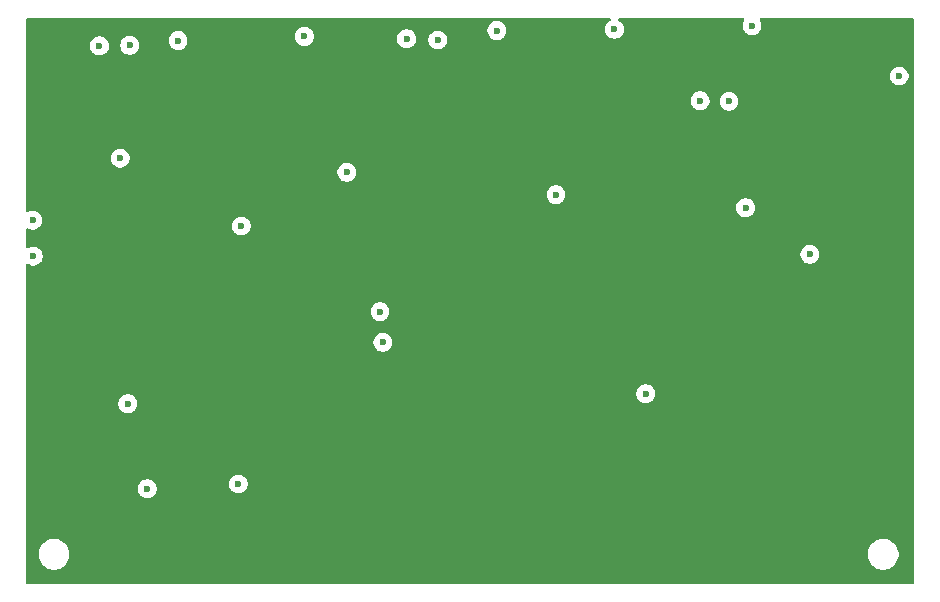
<source format=gbr>
%TF.GenerationSoftware,KiCad,Pcbnew,9.0.0*%
%TF.CreationDate,2025-05-16T17:36:55-07:00*%
%TF.ProjectId,current_measure_board,63757272-656e-4745-9f6d-656173757265,rev?*%
%TF.SameCoordinates,Original*%
%TF.FileFunction,Copper,L4,Inr*%
%TF.FilePolarity,Positive*%
%FSLAX46Y46*%
G04 Gerber Fmt 4.6, Leading zero omitted, Abs format (unit mm)*
G04 Created by KiCad (PCBNEW 9.0.0) date 2025-05-16 17:36:55*
%MOMM*%
%LPD*%
G01*
G04 APERTURE LIST*
%TA.AperFunction,ViaPad*%
%ADD10C,0.600000*%
%TD*%
G04 APERTURE END LIST*
D10*
%TO.N,/Vminus*%
X169550000Y-92550000D03*
%TO.N,GND*%
X167100000Y-92500000D03*
X171500000Y-86150000D03*
X183950000Y-90400000D03*
%TO.N,/Vplus*%
X181400000Y-90350000D03*
%TO.N,GND*%
X176400000Y-105500000D03*
X118650000Y-118150000D03*
X110650000Y-105650000D03*
X128250000Y-103100000D03*
X142250000Y-87250000D03*
X162500000Y-117300000D03*
X149900000Y-86550000D03*
X128000000Y-124943750D03*
X122900000Y-87400000D03*
X137200000Y-98550000D03*
X170950000Y-101550000D03*
X116250000Y-87850000D03*
X140250000Y-112950000D03*
X133600000Y-87050000D03*
X159850000Y-86450000D03*
%TO.N,/Vplus*%
X159900000Y-117350000D03*
X157200000Y-86700000D03*
X130850000Y-87150000D03*
X135112500Y-125350000D03*
X137550000Y-100900000D03*
%TO.N,/Vminus*%
X140000000Y-110350000D03*
X120300000Y-125350000D03*
X118800000Y-87800000D03*
X144900000Y-87350000D03*
X110600000Y-102600000D03*
%TO.N,Net-(U1-IN+)*%
X154900000Y-100450000D03*
X118000000Y-97350000D03*
%TD*%
%TA.AperFunction,Conductor*%
%TO.N,/Vplus*%
G36*
X159495344Y-85519685D02*
G01*
X159541099Y-85572489D01*
X159551043Y-85641647D01*
X159522018Y-85705203D01*
X159475756Y-85738562D01*
X159470821Y-85740605D01*
X159470814Y-85740609D01*
X159339711Y-85828210D01*
X159339707Y-85828213D01*
X159228213Y-85939707D01*
X159228210Y-85939711D01*
X159140609Y-86070814D01*
X159140602Y-86070827D01*
X159080264Y-86216498D01*
X159080261Y-86216510D01*
X159049500Y-86371153D01*
X159049500Y-86528846D01*
X159080261Y-86683489D01*
X159080264Y-86683501D01*
X159140602Y-86829172D01*
X159140609Y-86829185D01*
X159228210Y-86960288D01*
X159228213Y-86960292D01*
X159339707Y-87071786D01*
X159339711Y-87071789D01*
X159470814Y-87159390D01*
X159470827Y-87159397D01*
X159516254Y-87178213D01*
X159616503Y-87219737D01*
X159771153Y-87250499D01*
X159771156Y-87250500D01*
X159771158Y-87250500D01*
X159928844Y-87250500D01*
X159928845Y-87250499D01*
X160083497Y-87219737D01*
X160229179Y-87159394D01*
X160360289Y-87071789D01*
X160471789Y-86960289D01*
X160559394Y-86829179D01*
X160619737Y-86683497D01*
X160650500Y-86528842D01*
X160650500Y-86371158D01*
X160650500Y-86371155D01*
X160650499Y-86371153D01*
X160632419Y-86280261D01*
X160619737Y-86216503D01*
X160559534Y-86071158D01*
X160559397Y-86070827D01*
X160559390Y-86070814D01*
X160471789Y-85939711D01*
X160471786Y-85939707D01*
X160360292Y-85828213D01*
X160360288Y-85828210D01*
X160229185Y-85740609D01*
X160229178Y-85740605D01*
X160224244Y-85738562D01*
X160169840Y-85694721D01*
X160147774Y-85628428D01*
X160165052Y-85560728D01*
X160216189Y-85513117D01*
X160271695Y-85500000D01*
X170739575Y-85500000D01*
X170806614Y-85519685D01*
X170852369Y-85572489D01*
X170862313Y-85641647D01*
X170842677Y-85692891D01*
X170790609Y-85770814D01*
X170790602Y-85770827D01*
X170730264Y-85916498D01*
X170730261Y-85916510D01*
X170699500Y-86071153D01*
X170699500Y-86228846D01*
X170730261Y-86383489D01*
X170730264Y-86383501D01*
X170790602Y-86529172D01*
X170790609Y-86529185D01*
X170878210Y-86660288D01*
X170878213Y-86660292D01*
X170989707Y-86771786D01*
X170989711Y-86771789D01*
X171120814Y-86859390D01*
X171120827Y-86859397D01*
X171194013Y-86889711D01*
X171266503Y-86919737D01*
X171421153Y-86950499D01*
X171421156Y-86950500D01*
X171421158Y-86950500D01*
X171578844Y-86950500D01*
X171578845Y-86950499D01*
X171733497Y-86919737D01*
X171851592Y-86870821D01*
X171879172Y-86859397D01*
X171879172Y-86859396D01*
X171879179Y-86859394D01*
X172010289Y-86771789D01*
X172121789Y-86660289D01*
X172209394Y-86529179D01*
X172269737Y-86383497D01*
X172300500Y-86228842D01*
X172300500Y-86071158D01*
X172300500Y-86071155D01*
X172300499Y-86071153D01*
X172274353Y-85939711D01*
X172269737Y-85916503D01*
X172238298Y-85840602D01*
X172209397Y-85770827D01*
X172209390Y-85770814D01*
X172157323Y-85692891D01*
X172136445Y-85626214D01*
X172154929Y-85558834D01*
X172206908Y-85512143D01*
X172260425Y-85500000D01*
X185097900Y-85500000D01*
X185164939Y-85519685D01*
X185210694Y-85572489D01*
X185221900Y-85624000D01*
X185221900Y-133298200D01*
X185202215Y-133365239D01*
X185149411Y-133410994D01*
X185097900Y-133422200D01*
X110146900Y-133422200D01*
X110079861Y-133402515D01*
X110034106Y-133349711D01*
X110022900Y-133298200D01*
X110022900Y-130797648D01*
X111099500Y-130797648D01*
X111099500Y-131002351D01*
X111131522Y-131204534D01*
X111194781Y-131399223D01*
X111287715Y-131581613D01*
X111408028Y-131747213D01*
X111552786Y-131891971D01*
X111707749Y-132004556D01*
X111718390Y-132012287D01*
X111834607Y-132071503D01*
X111900776Y-132105218D01*
X111900778Y-132105218D01*
X111900781Y-132105220D01*
X112005137Y-132139127D01*
X112095465Y-132168477D01*
X112196557Y-132184488D01*
X112297648Y-132200500D01*
X112297649Y-132200500D01*
X112502351Y-132200500D01*
X112502352Y-132200500D01*
X112704534Y-132168477D01*
X112899219Y-132105220D01*
X113081610Y-132012287D01*
X113174590Y-131944732D01*
X113247213Y-131891971D01*
X113247215Y-131891968D01*
X113247219Y-131891966D01*
X113391966Y-131747219D01*
X113391968Y-131747215D01*
X113391971Y-131747213D01*
X113444732Y-131674590D01*
X113512287Y-131581610D01*
X113605220Y-131399219D01*
X113668477Y-131204534D01*
X113700500Y-131002352D01*
X113700500Y-130797648D01*
X181299500Y-130797648D01*
X181299500Y-131002351D01*
X181331522Y-131204534D01*
X181394781Y-131399223D01*
X181487715Y-131581613D01*
X181608028Y-131747213D01*
X181752786Y-131891971D01*
X181907749Y-132004556D01*
X181918390Y-132012287D01*
X182034607Y-132071503D01*
X182100776Y-132105218D01*
X182100778Y-132105218D01*
X182100781Y-132105220D01*
X182205137Y-132139127D01*
X182295465Y-132168477D01*
X182396557Y-132184488D01*
X182497648Y-132200500D01*
X182497649Y-132200500D01*
X182702351Y-132200500D01*
X182702352Y-132200500D01*
X182904534Y-132168477D01*
X183099219Y-132105220D01*
X183281610Y-132012287D01*
X183374590Y-131944732D01*
X183447213Y-131891971D01*
X183447215Y-131891968D01*
X183447219Y-131891966D01*
X183591966Y-131747219D01*
X183591968Y-131747215D01*
X183591971Y-131747213D01*
X183644732Y-131674590D01*
X183712287Y-131581610D01*
X183805220Y-131399219D01*
X183868477Y-131204534D01*
X183900500Y-131002352D01*
X183900500Y-130797648D01*
X183868477Y-130595466D01*
X183805220Y-130400781D01*
X183805218Y-130400778D01*
X183805218Y-130400776D01*
X183771503Y-130334607D01*
X183712287Y-130218390D01*
X183704556Y-130207749D01*
X183591971Y-130052786D01*
X183447213Y-129908028D01*
X183281613Y-129787715D01*
X183281612Y-129787714D01*
X183281610Y-129787713D01*
X183224653Y-129758691D01*
X183099223Y-129694781D01*
X182904534Y-129631522D01*
X182729995Y-129603878D01*
X182702352Y-129599500D01*
X182497648Y-129599500D01*
X182473329Y-129603351D01*
X182295465Y-129631522D01*
X182100776Y-129694781D01*
X181918386Y-129787715D01*
X181752786Y-129908028D01*
X181608028Y-130052786D01*
X181487715Y-130218386D01*
X181394781Y-130400776D01*
X181331522Y-130595465D01*
X181299500Y-130797648D01*
X113700500Y-130797648D01*
X113668477Y-130595466D01*
X113605220Y-130400781D01*
X113605218Y-130400778D01*
X113605218Y-130400776D01*
X113571503Y-130334607D01*
X113512287Y-130218390D01*
X113504556Y-130207749D01*
X113391971Y-130052786D01*
X113247213Y-129908028D01*
X113081613Y-129787715D01*
X113081612Y-129787714D01*
X113081610Y-129787713D01*
X113024653Y-129758691D01*
X112899223Y-129694781D01*
X112704534Y-129631522D01*
X112529995Y-129603878D01*
X112502352Y-129599500D01*
X112297648Y-129599500D01*
X112273329Y-129603351D01*
X112095465Y-129631522D01*
X111900776Y-129694781D01*
X111718386Y-129787715D01*
X111552786Y-129908028D01*
X111408028Y-130052786D01*
X111287715Y-130218386D01*
X111194781Y-130400776D01*
X111131522Y-130595465D01*
X111099500Y-130797648D01*
X110022900Y-130797648D01*
X110022900Y-125271153D01*
X119499500Y-125271153D01*
X119499500Y-125428846D01*
X119530261Y-125583489D01*
X119530264Y-125583501D01*
X119590602Y-125729172D01*
X119590609Y-125729185D01*
X119678210Y-125860288D01*
X119678213Y-125860292D01*
X119789707Y-125971786D01*
X119789711Y-125971789D01*
X119920814Y-126059390D01*
X119920827Y-126059397D01*
X120066498Y-126119735D01*
X120066503Y-126119737D01*
X120221153Y-126150499D01*
X120221156Y-126150500D01*
X120221158Y-126150500D01*
X120378844Y-126150500D01*
X120378845Y-126150499D01*
X120533497Y-126119737D01*
X120679179Y-126059394D01*
X120810289Y-125971789D01*
X120921789Y-125860289D01*
X121009394Y-125729179D01*
X121069737Y-125583497D01*
X121100500Y-125428842D01*
X121100500Y-125271158D01*
X121100500Y-125271155D01*
X121100499Y-125271153D01*
X121069737Y-125116503D01*
X121030838Y-125022592D01*
X121009397Y-124970827D01*
X121009387Y-124970809D01*
X120980588Y-124927708D01*
X120980587Y-124927707D01*
X120938622Y-124864903D01*
X127199500Y-124864903D01*
X127199500Y-125022596D01*
X127230261Y-125177239D01*
X127230264Y-125177251D01*
X127290602Y-125322922D01*
X127290609Y-125322935D01*
X127378210Y-125454038D01*
X127378213Y-125454042D01*
X127489707Y-125565536D01*
X127489711Y-125565539D01*
X127620814Y-125653140D01*
X127620827Y-125653147D01*
X127766498Y-125713485D01*
X127766503Y-125713487D01*
X127921153Y-125744249D01*
X127921156Y-125744250D01*
X127921158Y-125744250D01*
X128078844Y-125744250D01*
X128078845Y-125744249D01*
X128233497Y-125713487D01*
X128379179Y-125653144D01*
X128510289Y-125565539D01*
X128621789Y-125454039D01*
X128709394Y-125322929D01*
X128769737Y-125177247D01*
X128800500Y-125022592D01*
X128800500Y-124864908D01*
X128800500Y-124864905D01*
X128800499Y-124864903D01*
X128769738Y-124710260D01*
X128769737Y-124710253D01*
X128740890Y-124640609D01*
X128709397Y-124564577D01*
X128709390Y-124564564D01*
X128621789Y-124433461D01*
X128621786Y-124433457D01*
X128510292Y-124321963D01*
X128510288Y-124321960D01*
X128379185Y-124234359D01*
X128379172Y-124234352D01*
X128233501Y-124174014D01*
X128233489Y-124174011D01*
X128078845Y-124143250D01*
X128078842Y-124143250D01*
X127921158Y-124143250D01*
X127921155Y-124143250D01*
X127766510Y-124174011D01*
X127766498Y-124174014D01*
X127620827Y-124234352D01*
X127620814Y-124234359D01*
X127489711Y-124321960D01*
X127489707Y-124321963D01*
X127378213Y-124433457D01*
X127378210Y-124433461D01*
X127290609Y-124564564D01*
X127290602Y-124564577D01*
X127230264Y-124710248D01*
X127230261Y-124710260D01*
X127199500Y-124864903D01*
X120938622Y-124864903D01*
X120921789Y-124839711D01*
X120921786Y-124839707D01*
X120810292Y-124728213D01*
X120810288Y-124728210D01*
X120679185Y-124640609D01*
X120679172Y-124640602D01*
X120533501Y-124580264D01*
X120533489Y-124580261D01*
X120378845Y-124549500D01*
X120378842Y-124549500D01*
X120221158Y-124549500D01*
X120221155Y-124549500D01*
X120066510Y-124580261D01*
X120066498Y-124580264D01*
X119920827Y-124640602D01*
X119920814Y-124640609D01*
X119789711Y-124728210D01*
X119789707Y-124728213D01*
X119678213Y-124839707D01*
X119678210Y-124839711D01*
X119590609Y-124970814D01*
X119590602Y-124970827D01*
X119530264Y-125116498D01*
X119530261Y-125116510D01*
X119499500Y-125271153D01*
X110022900Y-125271153D01*
X110022900Y-118071153D01*
X117849500Y-118071153D01*
X117849500Y-118228846D01*
X117880261Y-118383489D01*
X117880264Y-118383501D01*
X117940602Y-118529172D01*
X117940609Y-118529185D01*
X118028210Y-118660288D01*
X118028213Y-118660292D01*
X118139707Y-118771786D01*
X118139711Y-118771789D01*
X118270814Y-118859390D01*
X118270827Y-118859397D01*
X118416498Y-118919735D01*
X118416503Y-118919737D01*
X118571153Y-118950499D01*
X118571156Y-118950500D01*
X118571158Y-118950500D01*
X118728844Y-118950500D01*
X118728845Y-118950499D01*
X118883497Y-118919737D01*
X119029179Y-118859394D01*
X119160289Y-118771789D01*
X119271789Y-118660289D01*
X119359394Y-118529179D01*
X119419737Y-118383497D01*
X119450500Y-118228842D01*
X119450500Y-118071158D01*
X119450500Y-118071155D01*
X119450499Y-118071153D01*
X119420788Y-117921789D01*
X119419737Y-117916503D01*
X119419735Y-117916498D01*
X119359397Y-117770827D01*
X119359390Y-117770814D01*
X119271789Y-117639711D01*
X119271786Y-117639707D01*
X119160292Y-117528213D01*
X119160288Y-117528210D01*
X119029185Y-117440609D01*
X119029172Y-117440602D01*
X118883501Y-117380264D01*
X118883489Y-117380261D01*
X118728845Y-117349500D01*
X118728842Y-117349500D01*
X118571158Y-117349500D01*
X118571155Y-117349500D01*
X118416510Y-117380261D01*
X118416498Y-117380264D01*
X118270827Y-117440602D01*
X118270814Y-117440609D01*
X118139711Y-117528210D01*
X118139707Y-117528213D01*
X118028213Y-117639707D01*
X118028210Y-117639711D01*
X117940609Y-117770814D01*
X117940602Y-117770827D01*
X117880264Y-117916498D01*
X117880261Y-117916510D01*
X117849500Y-118071153D01*
X110022900Y-118071153D01*
X110022900Y-117221153D01*
X161699500Y-117221153D01*
X161699500Y-117378846D01*
X161730261Y-117533489D01*
X161730264Y-117533501D01*
X161790602Y-117679172D01*
X161790609Y-117679185D01*
X161878210Y-117810288D01*
X161878213Y-117810292D01*
X161989707Y-117921786D01*
X161989711Y-117921789D01*
X162120814Y-118009390D01*
X162120827Y-118009397D01*
X162266498Y-118069735D01*
X162266503Y-118069737D01*
X162421153Y-118100499D01*
X162421156Y-118100500D01*
X162421158Y-118100500D01*
X162578844Y-118100500D01*
X162578845Y-118100499D01*
X162733497Y-118069737D01*
X162879179Y-118009394D01*
X163010289Y-117921789D01*
X163121789Y-117810289D01*
X163209394Y-117679179D01*
X163269737Y-117533497D01*
X163300500Y-117378842D01*
X163300500Y-117221158D01*
X163300500Y-117221155D01*
X163300499Y-117221153D01*
X163269738Y-117066510D01*
X163269737Y-117066503D01*
X163269735Y-117066498D01*
X163209397Y-116920827D01*
X163209390Y-116920814D01*
X163121789Y-116789711D01*
X163121786Y-116789707D01*
X163010292Y-116678213D01*
X163010288Y-116678210D01*
X162879185Y-116590609D01*
X162879172Y-116590602D01*
X162733501Y-116530264D01*
X162733489Y-116530261D01*
X162578845Y-116499500D01*
X162578842Y-116499500D01*
X162421158Y-116499500D01*
X162421155Y-116499500D01*
X162266510Y-116530261D01*
X162266498Y-116530264D01*
X162120827Y-116590602D01*
X162120814Y-116590609D01*
X161989711Y-116678210D01*
X161989707Y-116678213D01*
X161878213Y-116789707D01*
X161878210Y-116789711D01*
X161790609Y-116920814D01*
X161790602Y-116920827D01*
X161730264Y-117066498D01*
X161730261Y-117066510D01*
X161699500Y-117221153D01*
X110022900Y-117221153D01*
X110022900Y-112871153D01*
X139449500Y-112871153D01*
X139449500Y-113028846D01*
X139480261Y-113183489D01*
X139480264Y-113183501D01*
X139540602Y-113329172D01*
X139540609Y-113329185D01*
X139628210Y-113460288D01*
X139628213Y-113460292D01*
X139739707Y-113571786D01*
X139739711Y-113571789D01*
X139870814Y-113659390D01*
X139870827Y-113659397D01*
X140016498Y-113719735D01*
X140016503Y-113719737D01*
X140171153Y-113750499D01*
X140171156Y-113750500D01*
X140171158Y-113750500D01*
X140328844Y-113750500D01*
X140328845Y-113750499D01*
X140483497Y-113719737D01*
X140629179Y-113659394D01*
X140760289Y-113571789D01*
X140871789Y-113460289D01*
X140959394Y-113329179D01*
X141019737Y-113183497D01*
X141050500Y-113028842D01*
X141050500Y-112871158D01*
X141050500Y-112871155D01*
X141050499Y-112871153D01*
X141019738Y-112716510D01*
X141019737Y-112716503D01*
X141019735Y-112716498D01*
X140959397Y-112570827D01*
X140959390Y-112570814D01*
X140871789Y-112439711D01*
X140871786Y-112439707D01*
X140760292Y-112328213D01*
X140760288Y-112328210D01*
X140629185Y-112240609D01*
X140629172Y-112240602D01*
X140483501Y-112180264D01*
X140483489Y-112180261D01*
X140328845Y-112149500D01*
X140328842Y-112149500D01*
X140171158Y-112149500D01*
X140171155Y-112149500D01*
X140016510Y-112180261D01*
X140016498Y-112180264D01*
X139870827Y-112240602D01*
X139870814Y-112240609D01*
X139739711Y-112328210D01*
X139739707Y-112328213D01*
X139628213Y-112439707D01*
X139628210Y-112439711D01*
X139540609Y-112570814D01*
X139540602Y-112570827D01*
X139480264Y-112716498D01*
X139480261Y-112716510D01*
X139449500Y-112871153D01*
X110022900Y-112871153D01*
X110022900Y-110271153D01*
X139199500Y-110271153D01*
X139199500Y-110428846D01*
X139230261Y-110583489D01*
X139230264Y-110583501D01*
X139290602Y-110729172D01*
X139290609Y-110729185D01*
X139378210Y-110860288D01*
X139378213Y-110860292D01*
X139489707Y-110971786D01*
X139489711Y-110971789D01*
X139620814Y-111059390D01*
X139620827Y-111059397D01*
X139766498Y-111119735D01*
X139766503Y-111119737D01*
X139921153Y-111150499D01*
X139921156Y-111150500D01*
X139921158Y-111150500D01*
X140078844Y-111150500D01*
X140078845Y-111150499D01*
X140233497Y-111119737D01*
X140379179Y-111059394D01*
X140510289Y-110971789D01*
X140621789Y-110860289D01*
X140709394Y-110729179D01*
X140769737Y-110583497D01*
X140800500Y-110428842D01*
X140800500Y-110271158D01*
X140800500Y-110271155D01*
X140800499Y-110271153D01*
X140769738Y-110116510D01*
X140769737Y-110116503D01*
X140769735Y-110116498D01*
X140709397Y-109970827D01*
X140709390Y-109970814D01*
X140621789Y-109839711D01*
X140621786Y-109839707D01*
X140510292Y-109728213D01*
X140510288Y-109728210D01*
X140379185Y-109640609D01*
X140379172Y-109640602D01*
X140233501Y-109580264D01*
X140233489Y-109580261D01*
X140078845Y-109549500D01*
X140078842Y-109549500D01*
X139921158Y-109549500D01*
X139921155Y-109549500D01*
X139766510Y-109580261D01*
X139766498Y-109580264D01*
X139620827Y-109640602D01*
X139620814Y-109640609D01*
X139489711Y-109728210D01*
X139489707Y-109728213D01*
X139378213Y-109839707D01*
X139378210Y-109839711D01*
X139290609Y-109970814D01*
X139290602Y-109970827D01*
X139230264Y-110116498D01*
X139230261Y-110116510D01*
X139199500Y-110271153D01*
X110022900Y-110271153D01*
X110022900Y-106425726D01*
X110042585Y-106358687D01*
X110095389Y-106312932D01*
X110164547Y-106302988D01*
X110215789Y-106322622D01*
X110270821Y-106359394D01*
X110270823Y-106359395D01*
X110270827Y-106359397D01*
X110416498Y-106419735D01*
X110416503Y-106419737D01*
X110571153Y-106450499D01*
X110571156Y-106450500D01*
X110571158Y-106450500D01*
X110728844Y-106450500D01*
X110728845Y-106450499D01*
X110883497Y-106419737D01*
X111029179Y-106359394D01*
X111160289Y-106271789D01*
X111271789Y-106160289D01*
X111359394Y-106029179D01*
X111419737Y-105883497D01*
X111450500Y-105728842D01*
X111450500Y-105571158D01*
X111450500Y-105571155D01*
X111450499Y-105571153D01*
X111424264Y-105439257D01*
X111420662Y-105421153D01*
X175599500Y-105421153D01*
X175599500Y-105578846D01*
X175630261Y-105733489D01*
X175630264Y-105733501D01*
X175690602Y-105879172D01*
X175690609Y-105879185D01*
X175778210Y-106010288D01*
X175778213Y-106010292D01*
X175889707Y-106121786D01*
X175889711Y-106121789D01*
X176020814Y-106209390D01*
X176020827Y-106209397D01*
X176166498Y-106269735D01*
X176166503Y-106269737D01*
X176321153Y-106300499D01*
X176321156Y-106300500D01*
X176321158Y-106300500D01*
X176478844Y-106300500D01*
X176478845Y-106300499D01*
X176633497Y-106269737D01*
X176779179Y-106209394D01*
X176910289Y-106121789D01*
X177021789Y-106010289D01*
X177109394Y-105879179D01*
X177169737Y-105733497D01*
X177200500Y-105578842D01*
X177200500Y-105421158D01*
X177200500Y-105421155D01*
X177200499Y-105421153D01*
X177170596Y-105270821D01*
X177169737Y-105266503D01*
X177120511Y-105147659D01*
X177109397Y-105120827D01*
X177109390Y-105120814D01*
X177021789Y-104989711D01*
X177021786Y-104989707D01*
X176910292Y-104878213D01*
X176910288Y-104878210D01*
X176779185Y-104790609D01*
X176779172Y-104790602D01*
X176633501Y-104730264D01*
X176633489Y-104730261D01*
X176478845Y-104699500D01*
X176478842Y-104699500D01*
X176321158Y-104699500D01*
X176321155Y-104699500D01*
X176166510Y-104730261D01*
X176166498Y-104730264D01*
X176020827Y-104790602D01*
X176020814Y-104790609D01*
X175889711Y-104878210D01*
X175889707Y-104878213D01*
X175778213Y-104989707D01*
X175778210Y-104989711D01*
X175690609Y-105120814D01*
X175690602Y-105120827D01*
X175630264Y-105266498D01*
X175630261Y-105266510D01*
X175599500Y-105421153D01*
X111420662Y-105421153D01*
X111419738Y-105416507D01*
X111419735Y-105416498D01*
X111359397Y-105270827D01*
X111359390Y-105270814D01*
X111271789Y-105139711D01*
X111271786Y-105139707D01*
X111160292Y-105028213D01*
X111160288Y-105028210D01*
X111029185Y-104940609D01*
X111029172Y-104940602D01*
X110883501Y-104880264D01*
X110883489Y-104880261D01*
X110728845Y-104849500D01*
X110728842Y-104849500D01*
X110571158Y-104849500D01*
X110571155Y-104849500D01*
X110416510Y-104880261D01*
X110416498Y-104880264D01*
X110270827Y-104940602D01*
X110270809Y-104940612D01*
X110215790Y-104977375D01*
X110149113Y-104998253D01*
X110081733Y-104979768D01*
X110035043Y-104927789D01*
X110022900Y-104874273D01*
X110022900Y-103409135D01*
X110042585Y-103342096D01*
X110095389Y-103296341D01*
X110164547Y-103286397D01*
X110215794Y-103306035D01*
X110220821Y-103309394D01*
X110220823Y-103309395D01*
X110220827Y-103309397D01*
X110299771Y-103342096D01*
X110366503Y-103369737D01*
X110521153Y-103400499D01*
X110521156Y-103400500D01*
X110521158Y-103400500D01*
X110678844Y-103400500D01*
X110678845Y-103400499D01*
X110833497Y-103369737D01*
X110979179Y-103309394D01*
X111110289Y-103221789D01*
X111221789Y-103110289D01*
X111281348Y-103021153D01*
X127449500Y-103021153D01*
X127449500Y-103178846D01*
X127480261Y-103333489D01*
X127480264Y-103333501D01*
X127540602Y-103479172D01*
X127540609Y-103479185D01*
X127628210Y-103610288D01*
X127628213Y-103610292D01*
X127739707Y-103721786D01*
X127739711Y-103721789D01*
X127870814Y-103809390D01*
X127870827Y-103809397D01*
X128016498Y-103869735D01*
X128016503Y-103869737D01*
X128171153Y-103900499D01*
X128171156Y-103900500D01*
X128171158Y-103900500D01*
X128328844Y-103900500D01*
X128328845Y-103900499D01*
X128483497Y-103869737D01*
X128629179Y-103809394D01*
X128760289Y-103721789D01*
X128871789Y-103610289D01*
X128959394Y-103479179D01*
X129019737Y-103333497D01*
X129050500Y-103178842D01*
X129050500Y-103021158D01*
X129050500Y-103021155D01*
X129050499Y-103021153D01*
X129019738Y-102866510D01*
X129019737Y-102866503D01*
X129006062Y-102833489D01*
X128959397Y-102720827D01*
X128959390Y-102720814D01*
X128871789Y-102589711D01*
X128871786Y-102589707D01*
X128760292Y-102478213D01*
X128760288Y-102478210D01*
X128629185Y-102390609D01*
X128629172Y-102390602D01*
X128483501Y-102330264D01*
X128483489Y-102330261D01*
X128328845Y-102299500D01*
X128328842Y-102299500D01*
X128171158Y-102299500D01*
X128171155Y-102299500D01*
X128016510Y-102330261D01*
X128016498Y-102330264D01*
X127870827Y-102390602D01*
X127870814Y-102390609D01*
X127739711Y-102478210D01*
X127739707Y-102478213D01*
X127628213Y-102589707D01*
X127628210Y-102589711D01*
X127540609Y-102720814D01*
X127540602Y-102720827D01*
X127480264Y-102866498D01*
X127480261Y-102866510D01*
X127449500Y-103021153D01*
X111281348Y-103021153D01*
X111309394Y-102979179D01*
X111369737Y-102833497D01*
X111400500Y-102678842D01*
X111400500Y-102521158D01*
X111400500Y-102521155D01*
X111400499Y-102521153D01*
X111374531Y-102390606D01*
X111369737Y-102366503D01*
X111369735Y-102366498D01*
X111309397Y-102220827D01*
X111309390Y-102220814D01*
X111221789Y-102089711D01*
X111221786Y-102089707D01*
X111110292Y-101978213D01*
X111110288Y-101978210D01*
X110979185Y-101890609D01*
X110979172Y-101890602D01*
X110833501Y-101830264D01*
X110833489Y-101830261D01*
X110678845Y-101799500D01*
X110678842Y-101799500D01*
X110521158Y-101799500D01*
X110521155Y-101799500D01*
X110366510Y-101830261D01*
X110366498Y-101830264D01*
X110220827Y-101890602D01*
X110220811Y-101890611D01*
X110215789Y-101893967D01*
X110149111Y-101914844D01*
X110081731Y-101896358D01*
X110035042Y-101844379D01*
X110022900Y-101790864D01*
X110022900Y-101471153D01*
X170149500Y-101471153D01*
X170149500Y-101628846D01*
X170180261Y-101783489D01*
X170180264Y-101783501D01*
X170240602Y-101929172D01*
X170240609Y-101929185D01*
X170328210Y-102060288D01*
X170328213Y-102060292D01*
X170439707Y-102171786D01*
X170439711Y-102171789D01*
X170570814Y-102259390D01*
X170570827Y-102259397D01*
X170667646Y-102299500D01*
X170716503Y-102319737D01*
X170871153Y-102350499D01*
X170871156Y-102350500D01*
X170871158Y-102350500D01*
X171028844Y-102350500D01*
X171028845Y-102350499D01*
X171183497Y-102319737D01*
X171329179Y-102259394D01*
X171460289Y-102171789D01*
X171571789Y-102060289D01*
X171659394Y-101929179D01*
X171719737Y-101783497D01*
X171750500Y-101628842D01*
X171750500Y-101471158D01*
X171750500Y-101471155D01*
X171750499Y-101471153D01*
X171719738Y-101316510D01*
X171719737Y-101316503D01*
X171692398Y-101250500D01*
X171659397Y-101170827D01*
X171659390Y-101170814D01*
X171571789Y-101039711D01*
X171571786Y-101039707D01*
X171460292Y-100928213D01*
X171460288Y-100928210D01*
X171329185Y-100840609D01*
X171329172Y-100840602D01*
X171183501Y-100780264D01*
X171183489Y-100780261D01*
X171028845Y-100749500D01*
X171028842Y-100749500D01*
X170871158Y-100749500D01*
X170871155Y-100749500D01*
X170716510Y-100780261D01*
X170716498Y-100780264D01*
X170570827Y-100840602D01*
X170570814Y-100840609D01*
X170439711Y-100928210D01*
X170439707Y-100928213D01*
X170328213Y-101039707D01*
X170328210Y-101039711D01*
X170240609Y-101170814D01*
X170240602Y-101170827D01*
X170180264Y-101316498D01*
X170180261Y-101316510D01*
X170149500Y-101471153D01*
X110022900Y-101471153D01*
X110022900Y-100371153D01*
X154099500Y-100371153D01*
X154099500Y-100528846D01*
X154130261Y-100683489D01*
X154130264Y-100683501D01*
X154190602Y-100829172D01*
X154190609Y-100829185D01*
X154278210Y-100960288D01*
X154278213Y-100960292D01*
X154389707Y-101071786D01*
X154389711Y-101071789D01*
X154520814Y-101159390D01*
X154520827Y-101159397D01*
X154666498Y-101219735D01*
X154666503Y-101219737D01*
X154821153Y-101250499D01*
X154821156Y-101250500D01*
X154821158Y-101250500D01*
X154978844Y-101250500D01*
X154978845Y-101250499D01*
X155133497Y-101219737D01*
X155251592Y-101170821D01*
X155279172Y-101159397D01*
X155279172Y-101159396D01*
X155279179Y-101159394D01*
X155410289Y-101071789D01*
X155521789Y-100960289D01*
X155609394Y-100829179D01*
X155669737Y-100683497D01*
X155700500Y-100528842D01*
X155700500Y-100371158D01*
X155700500Y-100371155D01*
X155700499Y-100371153D01*
X155669738Y-100216510D01*
X155669737Y-100216503D01*
X155669735Y-100216498D01*
X155609397Y-100070827D01*
X155609390Y-100070814D01*
X155521789Y-99939711D01*
X155521786Y-99939707D01*
X155410292Y-99828213D01*
X155410288Y-99828210D01*
X155279185Y-99740609D01*
X155279172Y-99740602D01*
X155133501Y-99680264D01*
X155133489Y-99680261D01*
X154978845Y-99649500D01*
X154978842Y-99649500D01*
X154821158Y-99649500D01*
X154821155Y-99649500D01*
X154666510Y-99680261D01*
X154666498Y-99680264D01*
X154520827Y-99740602D01*
X154520814Y-99740609D01*
X154389711Y-99828210D01*
X154389707Y-99828213D01*
X154278213Y-99939707D01*
X154278210Y-99939711D01*
X154190609Y-100070814D01*
X154190602Y-100070827D01*
X154130264Y-100216498D01*
X154130261Y-100216510D01*
X154099500Y-100371153D01*
X110022900Y-100371153D01*
X110022900Y-98471153D01*
X136399500Y-98471153D01*
X136399500Y-98628846D01*
X136430261Y-98783489D01*
X136430264Y-98783501D01*
X136490602Y-98929172D01*
X136490609Y-98929185D01*
X136578210Y-99060288D01*
X136578213Y-99060292D01*
X136689707Y-99171786D01*
X136689711Y-99171789D01*
X136820814Y-99259390D01*
X136820827Y-99259397D01*
X136966498Y-99319735D01*
X136966503Y-99319737D01*
X137121153Y-99350499D01*
X137121156Y-99350500D01*
X137121158Y-99350500D01*
X137278844Y-99350500D01*
X137278845Y-99350499D01*
X137433497Y-99319737D01*
X137579179Y-99259394D01*
X137710289Y-99171789D01*
X137821789Y-99060289D01*
X137909394Y-98929179D01*
X137969737Y-98783497D01*
X138000500Y-98628842D01*
X138000500Y-98471158D01*
X138000500Y-98471155D01*
X138000499Y-98471153D01*
X137969738Y-98316510D01*
X137969737Y-98316503D01*
X137969735Y-98316498D01*
X137909397Y-98170827D01*
X137909390Y-98170814D01*
X137821789Y-98039711D01*
X137821786Y-98039707D01*
X137710292Y-97928213D01*
X137710288Y-97928210D01*
X137579185Y-97840609D01*
X137579172Y-97840602D01*
X137433501Y-97780264D01*
X137433489Y-97780261D01*
X137278845Y-97749500D01*
X137278842Y-97749500D01*
X137121158Y-97749500D01*
X137121155Y-97749500D01*
X136966510Y-97780261D01*
X136966498Y-97780264D01*
X136820827Y-97840602D01*
X136820814Y-97840609D01*
X136689711Y-97928210D01*
X136689707Y-97928213D01*
X136578213Y-98039707D01*
X136578210Y-98039711D01*
X136490609Y-98170814D01*
X136490602Y-98170827D01*
X136430264Y-98316498D01*
X136430261Y-98316510D01*
X136399500Y-98471153D01*
X110022900Y-98471153D01*
X110022900Y-97271153D01*
X117199500Y-97271153D01*
X117199500Y-97428846D01*
X117230261Y-97583489D01*
X117230264Y-97583501D01*
X117290602Y-97729172D01*
X117290609Y-97729185D01*
X117378210Y-97860288D01*
X117378213Y-97860292D01*
X117489707Y-97971786D01*
X117489711Y-97971789D01*
X117620814Y-98059390D01*
X117620827Y-98059397D01*
X117766498Y-98119735D01*
X117766503Y-98119737D01*
X117921153Y-98150499D01*
X117921156Y-98150500D01*
X117921158Y-98150500D01*
X118078844Y-98150500D01*
X118078845Y-98150499D01*
X118233497Y-98119737D01*
X118379179Y-98059394D01*
X118510289Y-97971789D01*
X118621789Y-97860289D01*
X118709394Y-97729179D01*
X118769737Y-97583497D01*
X118800500Y-97428842D01*
X118800500Y-97271158D01*
X118800500Y-97271155D01*
X118800499Y-97271153D01*
X118769738Y-97116510D01*
X118769737Y-97116503D01*
X118769735Y-97116498D01*
X118709397Y-96970827D01*
X118709390Y-96970814D01*
X118621789Y-96839711D01*
X118621786Y-96839707D01*
X118510292Y-96728213D01*
X118510288Y-96728210D01*
X118379185Y-96640609D01*
X118379172Y-96640602D01*
X118233501Y-96580264D01*
X118233489Y-96580261D01*
X118078845Y-96549500D01*
X118078842Y-96549500D01*
X117921158Y-96549500D01*
X117921155Y-96549500D01*
X117766510Y-96580261D01*
X117766498Y-96580264D01*
X117620827Y-96640602D01*
X117620814Y-96640609D01*
X117489711Y-96728210D01*
X117489707Y-96728213D01*
X117378213Y-96839707D01*
X117378210Y-96839711D01*
X117290609Y-96970814D01*
X117290602Y-96970827D01*
X117230264Y-97116498D01*
X117230261Y-97116510D01*
X117199500Y-97271153D01*
X110022900Y-97271153D01*
X110022900Y-92421153D01*
X166299500Y-92421153D01*
X166299500Y-92578846D01*
X166330261Y-92733489D01*
X166330264Y-92733501D01*
X166390602Y-92879172D01*
X166390609Y-92879185D01*
X166478210Y-93010288D01*
X166478213Y-93010292D01*
X166589707Y-93121786D01*
X166589711Y-93121789D01*
X166720814Y-93209390D01*
X166720827Y-93209397D01*
X166866498Y-93269735D01*
X166866503Y-93269737D01*
X167021153Y-93300499D01*
X167021156Y-93300500D01*
X167021158Y-93300500D01*
X167178844Y-93300500D01*
X167178845Y-93300499D01*
X167333497Y-93269737D01*
X167479179Y-93209394D01*
X167610289Y-93121789D01*
X167721789Y-93010289D01*
X167809394Y-92879179D01*
X167869737Y-92733497D01*
X167900500Y-92578842D01*
X167900500Y-92471153D01*
X168749500Y-92471153D01*
X168749500Y-92628846D01*
X168780261Y-92783489D01*
X168780264Y-92783501D01*
X168840602Y-92929172D01*
X168840609Y-92929185D01*
X168928210Y-93060288D01*
X168928213Y-93060292D01*
X169039707Y-93171786D01*
X169039711Y-93171789D01*
X169170814Y-93259390D01*
X169170827Y-93259397D01*
X169270060Y-93300500D01*
X169316503Y-93319737D01*
X169471153Y-93350499D01*
X169471156Y-93350500D01*
X169471158Y-93350500D01*
X169628844Y-93350500D01*
X169628845Y-93350499D01*
X169783497Y-93319737D01*
X169929179Y-93259394D01*
X170060289Y-93171789D01*
X170171789Y-93060289D01*
X170259394Y-92929179D01*
X170319737Y-92783497D01*
X170350500Y-92628842D01*
X170350500Y-92471158D01*
X170350500Y-92471155D01*
X170350499Y-92471153D01*
X170319738Y-92316510D01*
X170319737Y-92316503D01*
X170319735Y-92316498D01*
X170259397Y-92170827D01*
X170259390Y-92170814D01*
X170171789Y-92039711D01*
X170171786Y-92039707D01*
X170060292Y-91928213D01*
X170060288Y-91928210D01*
X169929185Y-91840609D01*
X169929172Y-91840602D01*
X169783501Y-91780264D01*
X169783489Y-91780261D01*
X169628845Y-91749500D01*
X169628842Y-91749500D01*
X169471158Y-91749500D01*
X169471155Y-91749500D01*
X169316510Y-91780261D01*
X169316498Y-91780264D01*
X169170827Y-91840602D01*
X169170814Y-91840609D01*
X169039711Y-91928210D01*
X169039707Y-91928213D01*
X168928213Y-92039707D01*
X168928210Y-92039711D01*
X168840609Y-92170814D01*
X168840602Y-92170827D01*
X168780264Y-92316498D01*
X168780261Y-92316510D01*
X168749500Y-92471153D01*
X167900500Y-92471153D01*
X167900500Y-92421158D01*
X167900500Y-92421155D01*
X167900499Y-92421153D01*
X167879684Y-92316510D01*
X167869737Y-92266503D01*
X167830102Y-92170814D01*
X167809397Y-92120827D01*
X167809390Y-92120814D01*
X167721789Y-91989711D01*
X167721786Y-91989707D01*
X167610292Y-91878213D01*
X167610288Y-91878210D01*
X167479185Y-91790609D01*
X167479172Y-91790602D01*
X167333501Y-91730264D01*
X167333489Y-91730261D01*
X167178845Y-91699500D01*
X167178842Y-91699500D01*
X167021158Y-91699500D01*
X167021155Y-91699500D01*
X166866510Y-91730261D01*
X166866498Y-91730264D01*
X166720827Y-91790602D01*
X166720814Y-91790609D01*
X166589711Y-91878210D01*
X166589707Y-91878213D01*
X166478213Y-91989707D01*
X166478210Y-91989711D01*
X166390609Y-92120814D01*
X166390602Y-92120827D01*
X166330264Y-92266498D01*
X166330261Y-92266510D01*
X166299500Y-92421153D01*
X110022900Y-92421153D01*
X110022900Y-90321153D01*
X183149500Y-90321153D01*
X183149500Y-90478846D01*
X183180261Y-90633489D01*
X183180264Y-90633501D01*
X183240602Y-90779172D01*
X183240609Y-90779185D01*
X183328210Y-90910288D01*
X183328213Y-90910292D01*
X183439707Y-91021786D01*
X183439711Y-91021789D01*
X183570814Y-91109390D01*
X183570827Y-91109397D01*
X183716498Y-91169735D01*
X183716503Y-91169737D01*
X183871153Y-91200499D01*
X183871156Y-91200500D01*
X183871158Y-91200500D01*
X184028844Y-91200500D01*
X184028845Y-91200499D01*
X184183497Y-91169737D01*
X184329179Y-91109394D01*
X184460289Y-91021789D01*
X184571789Y-90910289D01*
X184659394Y-90779179D01*
X184719737Y-90633497D01*
X184750500Y-90478842D01*
X184750500Y-90321158D01*
X184750500Y-90321155D01*
X184750499Y-90321153D01*
X184719738Y-90166510D01*
X184719737Y-90166503D01*
X184719735Y-90166498D01*
X184659397Y-90020827D01*
X184659390Y-90020814D01*
X184571789Y-89889711D01*
X184571786Y-89889707D01*
X184460292Y-89778213D01*
X184460288Y-89778210D01*
X184329185Y-89690609D01*
X184329172Y-89690602D01*
X184183501Y-89630264D01*
X184183489Y-89630261D01*
X184028845Y-89599500D01*
X184028842Y-89599500D01*
X183871158Y-89599500D01*
X183871155Y-89599500D01*
X183716510Y-89630261D01*
X183716498Y-89630264D01*
X183570827Y-89690602D01*
X183570814Y-89690609D01*
X183439711Y-89778210D01*
X183439707Y-89778213D01*
X183328213Y-89889707D01*
X183328210Y-89889711D01*
X183240609Y-90020814D01*
X183240602Y-90020827D01*
X183180264Y-90166498D01*
X183180261Y-90166510D01*
X183149500Y-90321153D01*
X110022900Y-90321153D01*
X110022900Y-87771153D01*
X115449500Y-87771153D01*
X115449500Y-87928846D01*
X115480261Y-88083489D01*
X115480264Y-88083501D01*
X115540602Y-88229172D01*
X115540609Y-88229185D01*
X115628210Y-88360288D01*
X115628213Y-88360292D01*
X115739707Y-88471786D01*
X115739711Y-88471789D01*
X115870814Y-88559390D01*
X115870827Y-88559397D01*
X115970060Y-88600500D01*
X116016503Y-88619737D01*
X116171153Y-88650499D01*
X116171156Y-88650500D01*
X116171158Y-88650500D01*
X116328844Y-88650500D01*
X116328845Y-88650499D01*
X116483497Y-88619737D01*
X116629179Y-88559394D01*
X116760289Y-88471789D01*
X116871789Y-88360289D01*
X116959394Y-88229179D01*
X117019737Y-88083497D01*
X117050500Y-87928842D01*
X117050500Y-87771158D01*
X117050500Y-87771155D01*
X117044155Y-87739258D01*
X117044155Y-87739257D01*
X117040554Y-87721153D01*
X117999500Y-87721153D01*
X117999500Y-87878846D01*
X118030261Y-88033489D01*
X118030264Y-88033501D01*
X118090602Y-88179172D01*
X118090609Y-88179185D01*
X118178210Y-88310288D01*
X118178213Y-88310292D01*
X118289707Y-88421786D01*
X118289711Y-88421789D01*
X118420814Y-88509390D01*
X118420827Y-88509397D01*
X118566498Y-88569735D01*
X118566503Y-88569737D01*
X118721153Y-88600499D01*
X118721156Y-88600500D01*
X118721158Y-88600500D01*
X118878844Y-88600500D01*
X118878845Y-88600499D01*
X119033497Y-88569737D01*
X119179179Y-88509394D01*
X119310289Y-88421789D01*
X119421789Y-88310289D01*
X119509394Y-88179179D01*
X119569737Y-88033497D01*
X119600500Y-87878842D01*
X119600500Y-87721158D01*
X119600500Y-87721155D01*
X119600499Y-87721153D01*
X119582204Y-87629179D01*
X119569737Y-87566503D01*
X119530102Y-87470814D01*
X119509397Y-87420827D01*
X119509390Y-87420814D01*
X119484763Y-87383957D01*
X119442798Y-87321153D01*
X122099500Y-87321153D01*
X122099500Y-87478846D01*
X122130261Y-87633489D01*
X122130264Y-87633501D01*
X122190602Y-87779172D01*
X122190609Y-87779185D01*
X122278210Y-87910288D01*
X122278213Y-87910292D01*
X122389707Y-88021786D01*
X122389711Y-88021789D01*
X122520814Y-88109390D01*
X122520827Y-88109397D01*
X122620060Y-88150500D01*
X122666503Y-88169737D01*
X122821153Y-88200499D01*
X122821156Y-88200500D01*
X122821158Y-88200500D01*
X122978844Y-88200500D01*
X122978845Y-88200499D01*
X123133497Y-88169737D01*
X123279179Y-88109394D01*
X123410289Y-88021789D01*
X123521789Y-87910289D01*
X123609394Y-87779179D01*
X123612719Y-87771153D01*
X123630102Y-87729185D01*
X123669737Y-87633497D01*
X123700500Y-87478842D01*
X123700500Y-87321158D01*
X123700500Y-87321155D01*
X123700499Y-87321153D01*
X123694244Y-87289707D01*
X123669737Y-87166503D01*
X123659121Y-87140874D01*
X123609394Y-87020820D01*
X123576207Y-86971153D01*
X132799500Y-86971153D01*
X132799500Y-87128846D01*
X132830261Y-87283489D01*
X132830264Y-87283501D01*
X132890602Y-87429172D01*
X132890609Y-87429185D01*
X132978210Y-87560288D01*
X132978213Y-87560292D01*
X133089707Y-87671786D01*
X133089711Y-87671789D01*
X133220814Y-87759390D01*
X133220827Y-87759397D01*
X133366498Y-87819735D01*
X133366503Y-87819737D01*
X133521153Y-87850499D01*
X133521156Y-87850500D01*
X133521158Y-87850500D01*
X133678844Y-87850500D01*
X133678845Y-87850499D01*
X133833497Y-87819737D01*
X133979179Y-87759394D01*
X134110289Y-87671789D01*
X134221789Y-87560289D01*
X134309394Y-87429179D01*
X134312854Y-87420827D01*
X134341984Y-87350499D01*
X134369737Y-87283497D01*
X134384715Y-87208194D01*
X134392084Y-87171153D01*
X141449500Y-87171153D01*
X141449500Y-87328846D01*
X141480261Y-87483489D01*
X141480264Y-87483501D01*
X141540602Y-87629172D01*
X141540609Y-87629185D01*
X141628210Y-87760288D01*
X141628213Y-87760292D01*
X141739707Y-87871786D01*
X141739711Y-87871789D01*
X141870814Y-87959390D01*
X141870827Y-87959397D01*
X142016498Y-88019735D01*
X142016503Y-88019737D01*
X142171153Y-88050499D01*
X142171156Y-88050500D01*
X142171158Y-88050500D01*
X142328844Y-88050500D01*
X142328845Y-88050499D01*
X142483497Y-88019737D01*
X142629179Y-87959394D01*
X142760289Y-87871789D01*
X142871789Y-87760289D01*
X142959394Y-87629179D01*
X143019737Y-87483497D01*
X143050500Y-87328842D01*
X143050500Y-87271153D01*
X144099500Y-87271153D01*
X144099500Y-87428846D01*
X144130261Y-87583489D01*
X144130264Y-87583501D01*
X144190602Y-87729172D01*
X144190609Y-87729185D01*
X144278210Y-87860288D01*
X144278213Y-87860292D01*
X144389707Y-87971786D01*
X144389711Y-87971789D01*
X144520814Y-88059390D01*
X144520827Y-88059397D01*
X144666498Y-88119735D01*
X144666503Y-88119737D01*
X144821153Y-88150499D01*
X144821156Y-88150500D01*
X144821158Y-88150500D01*
X144978844Y-88150500D01*
X144978845Y-88150499D01*
X145133497Y-88119737D01*
X145279179Y-88059394D01*
X145410289Y-87971789D01*
X145521789Y-87860289D01*
X145609394Y-87729179D01*
X145612719Y-87721153D01*
X145623067Y-87696166D01*
X145669737Y-87583497D01*
X145700500Y-87428842D01*
X145700500Y-87271158D01*
X145700500Y-87271155D01*
X145700499Y-87271153D01*
X145682012Y-87178213D01*
X145669737Y-87116503D01*
X145669735Y-87116498D01*
X145609397Y-86970827D01*
X145609390Y-86970814D01*
X145521789Y-86839711D01*
X145521786Y-86839707D01*
X145410292Y-86728213D01*
X145410288Y-86728210D01*
X145279185Y-86640609D01*
X145279172Y-86640602D01*
X145133501Y-86580264D01*
X145133489Y-86580261D01*
X144978845Y-86549500D01*
X144978842Y-86549500D01*
X144821158Y-86549500D01*
X144821155Y-86549500D01*
X144666510Y-86580261D01*
X144666498Y-86580264D01*
X144520827Y-86640602D01*
X144520814Y-86640609D01*
X144389711Y-86728210D01*
X144389707Y-86728213D01*
X144278213Y-86839707D01*
X144278210Y-86839711D01*
X144190609Y-86970814D01*
X144190602Y-86970827D01*
X144130264Y-87116498D01*
X144130261Y-87116510D01*
X144099500Y-87271153D01*
X143050500Y-87271153D01*
X143050500Y-87171158D01*
X143050500Y-87171155D01*
X143050499Y-87171153D01*
X143044422Y-87140602D01*
X143019737Y-87016503D01*
X143000955Y-86971158D01*
X142959397Y-86870827D01*
X142959390Y-86870814D01*
X142871789Y-86739711D01*
X142871786Y-86739707D01*
X142760292Y-86628213D01*
X142760288Y-86628210D01*
X142629185Y-86540609D01*
X142629172Y-86540602D01*
X142483501Y-86480264D01*
X142483489Y-86480261D01*
X142437701Y-86471153D01*
X149099500Y-86471153D01*
X149099500Y-86628846D01*
X149130261Y-86783489D01*
X149130264Y-86783501D01*
X149190602Y-86929172D01*
X149190609Y-86929185D01*
X149278210Y-87060288D01*
X149278213Y-87060292D01*
X149389707Y-87171786D01*
X149389711Y-87171789D01*
X149520814Y-87259390D01*
X149520827Y-87259397D01*
X149594013Y-87289711D01*
X149666503Y-87319737D01*
X149821153Y-87350499D01*
X149821156Y-87350500D01*
X149821158Y-87350500D01*
X149978844Y-87350500D01*
X149978845Y-87350499D01*
X150133497Y-87319737D01*
X150279179Y-87259394D01*
X150410289Y-87171789D01*
X150521789Y-87060289D01*
X150609394Y-86929179D01*
X150669737Y-86783497D01*
X150700500Y-86628842D01*
X150700500Y-86471158D01*
X150700500Y-86471155D01*
X150700499Y-86471153D01*
X150683061Y-86383489D01*
X150669737Y-86316503D01*
X150669735Y-86316498D01*
X150609397Y-86170827D01*
X150609390Y-86170814D01*
X150521789Y-86039711D01*
X150521786Y-86039707D01*
X150410292Y-85928213D01*
X150410288Y-85928210D01*
X150279185Y-85840609D01*
X150279172Y-85840602D01*
X150133501Y-85780264D01*
X150133489Y-85780261D01*
X149978845Y-85749500D01*
X149978842Y-85749500D01*
X149821158Y-85749500D01*
X149821155Y-85749500D01*
X149666510Y-85780261D01*
X149666498Y-85780264D01*
X149520827Y-85840602D01*
X149520814Y-85840609D01*
X149389711Y-85928210D01*
X149389707Y-85928213D01*
X149278213Y-86039707D01*
X149278210Y-86039711D01*
X149190609Y-86170814D01*
X149190602Y-86170827D01*
X149130264Y-86316498D01*
X149130261Y-86316510D01*
X149099500Y-86471153D01*
X142437701Y-86471153D01*
X142328845Y-86449500D01*
X142328842Y-86449500D01*
X142171158Y-86449500D01*
X142171155Y-86449500D01*
X142016510Y-86480261D01*
X142016498Y-86480264D01*
X141870827Y-86540602D01*
X141870814Y-86540609D01*
X141739711Y-86628210D01*
X141739707Y-86628213D01*
X141628213Y-86739707D01*
X141628210Y-86739711D01*
X141540609Y-86870814D01*
X141540602Y-86870827D01*
X141480264Y-87016498D01*
X141480261Y-87016510D01*
X141449500Y-87171153D01*
X134392084Y-87171153D01*
X134398107Y-87140875D01*
X134398107Y-87140874D01*
X134400500Y-87128844D01*
X134400500Y-86971155D01*
X134400499Y-86971153D01*
X134380543Y-86870827D01*
X134369737Y-86816503D01*
X134337929Y-86739711D01*
X134309397Y-86670827D01*
X134309390Y-86670814D01*
X134221789Y-86539711D01*
X134221786Y-86539707D01*
X134110292Y-86428213D01*
X134110288Y-86428210D01*
X133979185Y-86340609D01*
X133979172Y-86340602D01*
X133833501Y-86280264D01*
X133833489Y-86280261D01*
X133678845Y-86249500D01*
X133678842Y-86249500D01*
X133521158Y-86249500D01*
X133521155Y-86249500D01*
X133366510Y-86280261D01*
X133366498Y-86280264D01*
X133220827Y-86340602D01*
X133220814Y-86340609D01*
X133089711Y-86428210D01*
X133089707Y-86428213D01*
X132978213Y-86539707D01*
X132978210Y-86539711D01*
X132890609Y-86670814D01*
X132890602Y-86670827D01*
X132830264Y-86816498D01*
X132830261Y-86816510D01*
X132799500Y-86971153D01*
X123576207Y-86971153D01*
X123521789Y-86889711D01*
X123521786Y-86889707D01*
X123410292Y-86778213D01*
X123410288Y-86778210D01*
X123279185Y-86690609D01*
X123279172Y-86690602D01*
X123133501Y-86630264D01*
X123133489Y-86630261D01*
X122978845Y-86599500D01*
X122978842Y-86599500D01*
X122821158Y-86599500D01*
X122821155Y-86599500D01*
X122666510Y-86630261D01*
X122666498Y-86630264D01*
X122520827Y-86690602D01*
X122520814Y-86690609D01*
X122389711Y-86778210D01*
X122389707Y-86778213D01*
X122278213Y-86889707D01*
X122278210Y-86889711D01*
X122190609Y-87020814D01*
X122190602Y-87020827D01*
X122130264Y-87166498D01*
X122130261Y-87166510D01*
X122099500Y-87321153D01*
X119442798Y-87321153D01*
X119421789Y-87289711D01*
X119421786Y-87289707D01*
X119310292Y-87178213D01*
X119310288Y-87178210D01*
X119179185Y-87090609D01*
X119179172Y-87090602D01*
X119033501Y-87030264D01*
X119033489Y-87030261D01*
X118878845Y-86999500D01*
X118878842Y-86999500D01*
X118721158Y-86999500D01*
X118721155Y-86999500D01*
X118566510Y-87030261D01*
X118566498Y-87030264D01*
X118420827Y-87090602D01*
X118420814Y-87090609D01*
X118289711Y-87178210D01*
X118289707Y-87178213D01*
X118178213Y-87289707D01*
X118178210Y-87289711D01*
X118090609Y-87420814D01*
X118090602Y-87420827D01*
X118030264Y-87566498D01*
X118030261Y-87566510D01*
X117999500Y-87721153D01*
X117040554Y-87721153D01*
X117023117Y-87633497D01*
X117019737Y-87616503D01*
X117006062Y-87583489D01*
X116959397Y-87470827D01*
X116959390Y-87470814D01*
X116871789Y-87339711D01*
X116871786Y-87339707D01*
X116760292Y-87228213D01*
X116760288Y-87228210D01*
X116629185Y-87140609D01*
X116629172Y-87140602D01*
X116483501Y-87080264D01*
X116483489Y-87080261D01*
X116328845Y-87049500D01*
X116328842Y-87049500D01*
X116171158Y-87049500D01*
X116171155Y-87049500D01*
X116016510Y-87080261D01*
X116016498Y-87080264D01*
X115870827Y-87140602D01*
X115870814Y-87140609D01*
X115739711Y-87228210D01*
X115739707Y-87228213D01*
X115628213Y-87339707D01*
X115628210Y-87339711D01*
X115540609Y-87470814D01*
X115540602Y-87470827D01*
X115480264Y-87616498D01*
X115480261Y-87616510D01*
X115449500Y-87771153D01*
X110022900Y-87771153D01*
X110022900Y-85624000D01*
X110042585Y-85556961D01*
X110095389Y-85511206D01*
X110146900Y-85500000D01*
X159428305Y-85500000D01*
X159495344Y-85519685D01*
G37*
%TD.AperFunction*%
%TD*%
M02*

</source>
